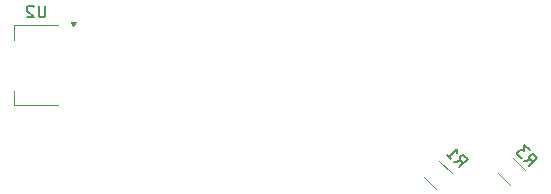
<source format=gbr>
%TF.GenerationSoftware,KiCad,Pcbnew,8.0.4*%
%TF.CreationDate,2024-07-30T00:45:45-04:00*%
%TF.ProjectId,ESP32-C3-WROOM-Node-Temperature,45535033-322d-4433-932d-57524f4f4d2d,rev?*%
%TF.SameCoordinates,Original*%
%TF.FileFunction,Legend,Bot*%
%TF.FilePolarity,Positive*%
%FSLAX46Y46*%
G04 Gerber Fmt 4.6, Leading zero omitted, Abs format (unit mm)*
G04 Created by KiCad (PCBNEW 8.0.4) date 2024-07-30 00:45:45*
%MOMM*%
%LPD*%
G01*
G04 APERTURE LIST*
%ADD10C,0.150000*%
%ADD11C,0.120000*%
G04 APERTURE END LIST*
D10*
X164396245Y-74439456D02*
X164968664Y-74338441D01*
X164800306Y-74843517D02*
X165507412Y-74136410D01*
X165507412Y-74136410D02*
X165238038Y-73867036D01*
X165238038Y-73867036D02*
X165137023Y-73833364D01*
X165137023Y-73833364D02*
X165069680Y-73833364D01*
X165069680Y-73833364D02*
X164968664Y-73867036D01*
X164968664Y-73867036D02*
X164867649Y-73968051D01*
X164867649Y-73968051D02*
X164833977Y-74069067D01*
X164833977Y-74069067D02*
X164833977Y-74136410D01*
X164833977Y-74136410D02*
X164867649Y-74237425D01*
X164867649Y-74237425D02*
X165137023Y-74506799D01*
X163722810Y-73766021D02*
X164126871Y-74170082D01*
X163924840Y-73968051D02*
X164631947Y-73260945D01*
X164631947Y-73260945D02*
X164598275Y-73429303D01*
X164598275Y-73429303D02*
X164598275Y-73563990D01*
X164598275Y-73563990D02*
X164631947Y-73665006D01*
X129761904Y-61154819D02*
X129761904Y-61964342D01*
X129761904Y-61964342D02*
X129714285Y-62059580D01*
X129714285Y-62059580D02*
X129666666Y-62107200D01*
X129666666Y-62107200D02*
X129571428Y-62154819D01*
X129571428Y-62154819D02*
X129380952Y-62154819D01*
X129380952Y-62154819D02*
X129285714Y-62107200D01*
X129285714Y-62107200D02*
X129238095Y-62059580D01*
X129238095Y-62059580D02*
X129190476Y-61964342D01*
X129190476Y-61964342D02*
X129190476Y-61154819D01*
X128761904Y-61250057D02*
X128714285Y-61202438D01*
X128714285Y-61202438D02*
X128619047Y-61154819D01*
X128619047Y-61154819D02*
X128380952Y-61154819D01*
X128380952Y-61154819D02*
X128285714Y-61202438D01*
X128285714Y-61202438D02*
X128238095Y-61250057D01*
X128238095Y-61250057D02*
X128190476Y-61345295D01*
X128190476Y-61345295D02*
X128190476Y-61440533D01*
X128190476Y-61440533D02*
X128238095Y-61583390D01*
X128238095Y-61583390D02*
X128809523Y-62154819D01*
X128809523Y-62154819D02*
X128190476Y-62154819D01*
X170283179Y-74352522D02*
X170855598Y-74251507D01*
X170687240Y-74756583D02*
X171394346Y-74049476D01*
X171394346Y-74049476D02*
X171124972Y-73780102D01*
X171124972Y-73780102D02*
X171023957Y-73746430D01*
X171023957Y-73746430D02*
X170956614Y-73746430D01*
X170956614Y-73746430D02*
X170855598Y-73780102D01*
X170855598Y-73780102D02*
X170754583Y-73881117D01*
X170754583Y-73881117D02*
X170720911Y-73982133D01*
X170720911Y-73982133D02*
X170720911Y-74049476D01*
X170720911Y-74049476D02*
X170754583Y-74150491D01*
X170754583Y-74150491D02*
X171023957Y-74419865D01*
X170754583Y-73409713D02*
X170316850Y-72971980D01*
X170316850Y-72971980D02*
X170283179Y-73477056D01*
X170283179Y-73477056D02*
X170182163Y-73376041D01*
X170182163Y-73376041D02*
X170081148Y-73342369D01*
X170081148Y-73342369D02*
X170013805Y-73342369D01*
X170013805Y-73342369D02*
X169912789Y-73376041D01*
X169912789Y-73376041D02*
X169744431Y-73544400D01*
X169744431Y-73544400D02*
X169710759Y-73645415D01*
X169710759Y-73645415D02*
X169710759Y-73712759D01*
X169710759Y-73712759D02*
X169744431Y-73813774D01*
X169744431Y-73813774D02*
X169946461Y-74015804D01*
X169946461Y-74015804D02*
X170047476Y-74049476D01*
X170047476Y-74049476D02*
X170114820Y-74049476D01*
D11*
%TO.C,R1*%
X162870645Y-76657579D02*
X161842421Y-75629355D01*
X164157579Y-75370645D02*
X163129355Y-74342421D01*
%TO.C,U2*%
X127090000Y-62790000D02*
X130850000Y-62790000D01*
X127090000Y-64050000D02*
X127090000Y-62790000D01*
X127090000Y-68350000D02*
X127090000Y-69610000D01*
X127090000Y-69610000D02*
X130850000Y-69610000D01*
X132130000Y-62890000D02*
X131890000Y-62560000D01*
X132370000Y-62560000D01*
X132130000Y-62890000D01*
G36*
X132130000Y-62890000D02*
G01*
X131890000Y-62560000D01*
X132370000Y-62560000D01*
X132130000Y-62890000D01*
G37*
%TO.C,R3*%
X168042421Y-75329355D02*
X169070645Y-76357579D01*
X169329355Y-74042421D02*
X170357579Y-75070645D01*
%TD*%
M02*

</source>
